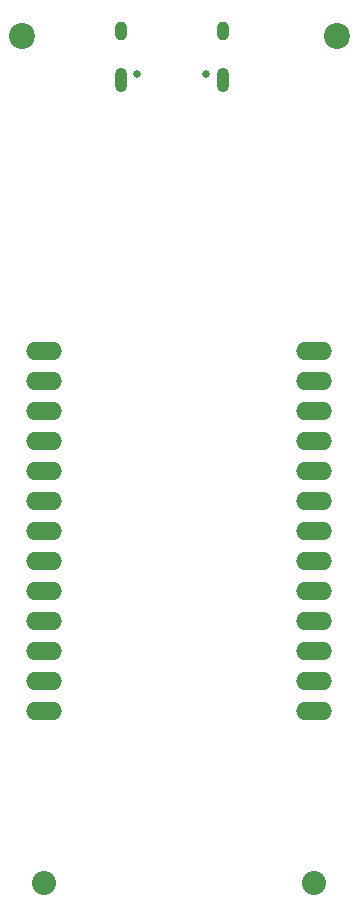
<source format=gbs>
G04 #@! TF.GenerationSoftware,KiCad,Pcbnew,5.1.10-88a1d61d58~88~ubuntu20.04.1*
G04 #@! TF.CreationDate,2021-05-29T16:43:34+02:00*
G04 #@! TF.ProjectId,wt32-eth01-programmer,77743332-2d65-4746-9830-312d70726f67,rev?*
G04 #@! TF.SameCoordinates,Original*
G04 #@! TF.FileFunction,Soldermask,Bot*
G04 #@! TF.FilePolarity,Negative*
%FSLAX46Y46*%
G04 Gerber Fmt 4.6, Leading zero omitted, Abs format (unit mm)*
G04 Created by KiCad (PCBNEW 5.1.10-88a1d61d58~88~ubuntu20.04.1) date 2021-05-29 16:43:34*
%MOMM*%
%LPD*%
G01*
G04 APERTURE LIST*
%ADD10C,2.200000*%
%ADD11O,3.048000X1.524000*%
%ADD12C,2.032000*%
%ADD13O,1.000000X2.100000*%
%ADD14C,0.650000*%
%ADD15O,1.000000X1.600000*%
G04 APERTURE END LIST*
D10*
X53340000Y-46990000D03*
X80010000Y-46990000D03*
D11*
X78105000Y-104140000D03*
X78105000Y-73660000D03*
X78105000Y-76200000D03*
X78105000Y-78740000D03*
X78105000Y-81280000D03*
X78105000Y-83820000D03*
X78105000Y-86360000D03*
X78105000Y-88900000D03*
X78105000Y-91440000D03*
X78105000Y-93980000D03*
X78105000Y-96520000D03*
X78105000Y-99060000D03*
X78105000Y-101600000D03*
X55245000Y-104140000D03*
X55245000Y-101600000D03*
X55245000Y-99060000D03*
X55245000Y-96520000D03*
X55245000Y-93980000D03*
X55245000Y-91440000D03*
X55245000Y-88900000D03*
X55245000Y-86360000D03*
X55245000Y-83820000D03*
X55245000Y-81280000D03*
X55245000Y-78740000D03*
X55245000Y-76200000D03*
X55245000Y-73660000D03*
D12*
X78105000Y-118745000D03*
X55245000Y-118745000D03*
D13*
X61720000Y-50755000D03*
X70360000Y-50755000D03*
D14*
X68930000Y-50225000D03*
D15*
X70360000Y-46575000D03*
D14*
X63150000Y-50225000D03*
D15*
X61720000Y-46575000D03*
M02*

</source>
